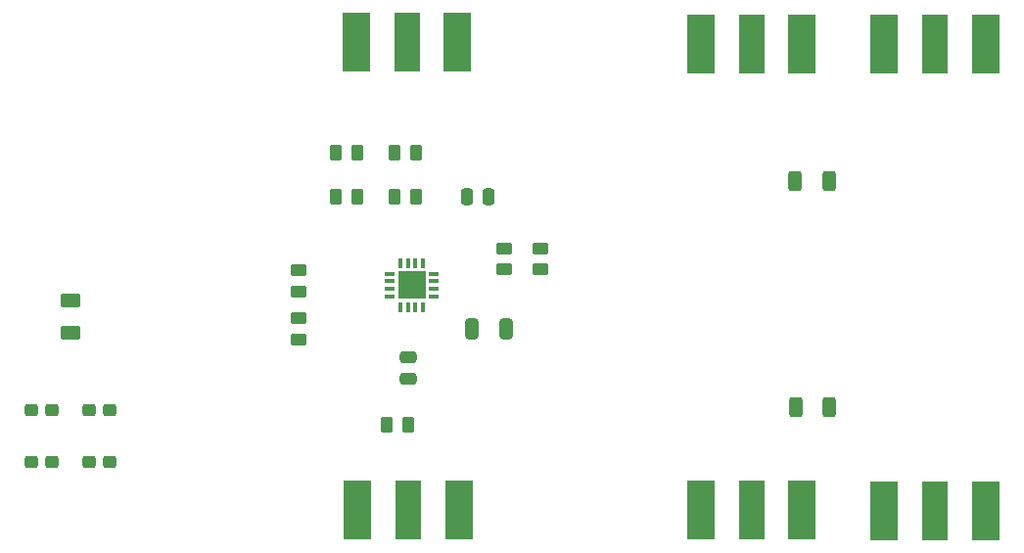
<source format=gbr>
%TF.GenerationSoftware,KiCad,Pcbnew,7.0.5*%
%TF.CreationDate,2023-07-10T11:24:46-06:00*%
%TF.ProjectId,S_Tele,535f5465-6c65-42e6-9b69-6361645f7063,rev?*%
%TF.SameCoordinates,Original*%
%TF.FileFunction,Paste,Top*%
%TF.FilePolarity,Positive*%
%FSLAX46Y46*%
G04 Gerber Fmt 4.6, Leading zero omitted, Abs format (unit mm)*
G04 Created by KiCad (PCBNEW 7.0.5) date 2023-07-10 11:24:46*
%MOMM*%
%LPD*%
G01*
G04 APERTURE LIST*
G04 Aperture macros list*
%AMRoundRect*
0 Rectangle with rounded corners*
0 $1 Rounding radius*
0 $2 $3 $4 $5 $6 $7 $8 $9 X,Y pos of 4 corners*
0 Add a 4 corners polygon primitive as box body*
4,1,4,$2,$3,$4,$5,$6,$7,$8,$9,$2,$3,0*
0 Add four circle primitives for the rounded corners*
1,1,$1+$1,$2,$3*
1,1,$1+$1,$4,$5*
1,1,$1+$1,$6,$7*
1,1,$1+$1,$8,$9*
0 Add four rect primitives between the rounded corners*
20,1,$1+$1,$2,$3,$4,$5,0*
20,1,$1+$1,$4,$5,$6,$7,0*
20,1,$1+$1,$6,$7,$8,$9,0*
20,1,$1+$1,$8,$9,$2,$3,0*%
G04 Aperture macros list end*
%ADD10RoundRect,0.250000X-0.262500X-0.450000X0.262500X-0.450000X0.262500X0.450000X-0.262500X0.450000X0*%
%ADD11RoundRect,0.250000X-0.312500X-0.275000X0.312500X-0.275000X0.312500X0.275000X-0.312500X0.275000X0*%
%ADD12RoundRect,0.250000X0.262500X0.450000X-0.262500X0.450000X-0.262500X-0.450000X0.262500X-0.450000X0*%
%ADD13RoundRect,0.250000X0.625000X-0.375000X0.625000X0.375000X-0.625000X0.375000X-0.625000X-0.375000X0*%
%ADD14R,2.290000X5.080000*%
%ADD15R,2.420000X5.080000*%
%ADD16RoundRect,0.250000X0.312500X0.625000X-0.312500X0.625000X-0.312500X-0.625000X0.312500X-0.625000X0*%
%ADD17RoundRect,0.250000X-0.450000X0.262500X-0.450000X-0.262500X0.450000X-0.262500X0.450000X0.262500X0*%
%ADD18R,0.899999X0.300000*%
%ADD19R,0.300000X0.899999*%
%ADD20R,2.350000X2.350000*%
%ADD21RoundRect,0.250000X0.325000X0.650000X-0.325000X0.650000X-0.325000X-0.650000X0.325000X-0.650000X0*%
%ADD22RoundRect,0.250000X0.312500X0.275000X-0.312500X0.275000X-0.312500X-0.275000X0.312500X-0.275000X0*%
%ADD23RoundRect,0.250000X0.450000X-0.262500X0.450000X0.262500X-0.450000X0.262500X-0.450000X-0.262500X0*%
%ADD24RoundRect,0.250000X0.475000X-0.250000X0.475000X0.250000X-0.475000X0.250000X-0.475000X-0.250000X0*%
%ADD25RoundRect,0.250000X-0.250000X-0.475000X0.250000X-0.475000X0.250000X0.475000X-0.250000X0.475000X0*%
G04 APERTURE END LIST*
D10*
%TO.C,R2*%
X128223000Y-89884250D03*
X130048000Y-89884250D03*
%TD*%
D11*
%TO.C,C4*%
X101855500Y-108362750D03*
X103630500Y-108362750D03*
%TD*%
D12*
%TO.C,R1*%
X135128000Y-86074250D03*
X133303000Y-86074250D03*
%TD*%
D13*
%TO.C,D1*%
X105283000Y-101637750D03*
X105283000Y-98837750D03*
%TD*%
D11*
%TO.C,C1*%
X101855500Y-112807750D03*
X103630500Y-112807750D03*
%TD*%
D12*
%TO.C,R3*%
X134493000Y-109569250D03*
X132668000Y-109569250D03*
%TD*%
D14*
%TO.C,J5*%
X164173200Y-76615850D03*
D15*
X168553200Y-76615850D03*
X159793200Y-76615850D03*
%TD*%
D16*
%TO.C,Rf2*%
X170894200Y-88474350D03*
X167969200Y-88474350D03*
%TD*%
D17*
%TO.C,R10*%
X124968000Y-96234250D03*
X124968000Y-98059250D03*
%TD*%
D10*
%TO.C,R6*%
X133303000Y-89884250D03*
X135128000Y-89884250D03*
%TD*%
D14*
%TO.C,J3*%
X134493000Y-116929250D03*
D15*
X130113000Y-116929250D03*
X138873000Y-116929250D03*
%TD*%
D18*
%TO.C,U3*%
X136688000Y-98474248D03*
X136688000Y-97824250D03*
X136688000Y-97174248D03*
X136688000Y-96524250D03*
D19*
X135763000Y-95599250D03*
X135113002Y-95599250D03*
X134463000Y-95599250D03*
X133813002Y-95599250D03*
D18*
X132888002Y-96524250D03*
X132888002Y-97174248D03*
X132888002Y-97824250D03*
X132888002Y-98474248D03*
D19*
X133813002Y-99399248D03*
X134463000Y-99399248D03*
X135113002Y-99399248D03*
X135763000Y-99399248D03*
D20*
X134788001Y-97499249D03*
%TD*%
D14*
%TO.C,J4*%
X134366000Y-76523500D03*
D15*
X138746000Y-76523500D03*
X129986000Y-76523500D03*
%TD*%
D21*
%TO.C,C12*%
X142953000Y-101314250D03*
X140003000Y-101314250D03*
%TD*%
D22*
%TO.C,C2*%
X108633000Y-108362750D03*
X106858000Y-108362750D03*
%TD*%
D17*
%TO.C,R11*%
X124968000Y-100401750D03*
X124968000Y-102226750D03*
%TD*%
D23*
%TO.C,R9*%
X142748000Y-96154250D03*
X142748000Y-94329250D03*
%TD*%
D24*
%TO.C,C10*%
X134493000Y-105644250D03*
X134493000Y-103744250D03*
%TD*%
D25*
%TO.C,C9*%
X139573000Y-89884250D03*
X141473000Y-89884250D03*
%TD*%
D14*
%TO.C,J6*%
X164173400Y-116929400D03*
D15*
X159793400Y-116929400D03*
X168553400Y-116929400D03*
%TD*%
D12*
%TO.C,R15*%
X130048000Y-86074250D03*
X128223000Y-86074250D03*
%TD*%
D23*
%TO.C,R12*%
X145923000Y-96154250D03*
X145923000Y-94329250D03*
%TD*%
D22*
%TO.C,C3*%
X108633000Y-112807750D03*
X106858000Y-112807750D03*
%TD*%
D14*
%TO.C,J8*%
X180048400Y-117004400D03*
D15*
X175668400Y-117004400D03*
X184428400Y-117004400D03*
%TD*%
D16*
%TO.C,Rf1*%
X170904200Y-108032350D03*
X167979200Y-108032350D03*
%TD*%
D14*
%TO.C,J7*%
X180048200Y-76615850D03*
D15*
X184428200Y-76615850D03*
X175668200Y-76615850D03*
%TD*%
M02*

</source>
